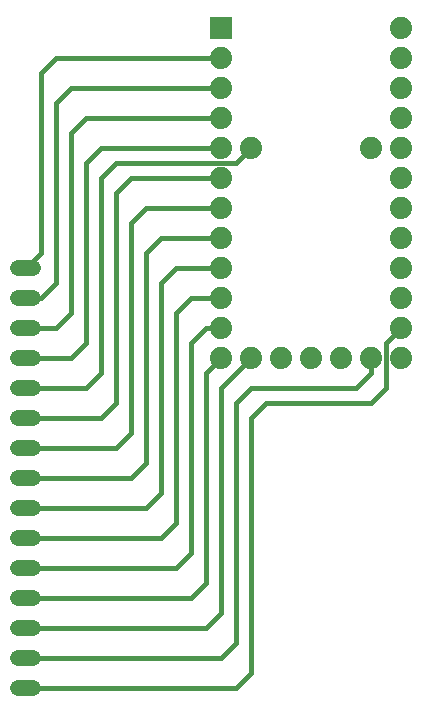
<source format=gbl>
G75*
G70*
%OFA0B0*%
%FSLAX24Y24*%
%IPPOS*%
%LPD*%
%AMOC8*
5,1,8,0,0,1.08239X$1,22.5*
%
%ADD10R,0.0740X0.0740*%
%ADD11C,0.0740*%
%ADD12C,0.0520*%
%ADD13C,0.0160*%
D10*
X009680Y023180D03*
D11*
X009680Y022180D03*
X009680Y021180D03*
X009680Y020180D03*
X009680Y019180D03*
X009680Y018180D03*
X009680Y017180D03*
X009680Y016180D03*
X009680Y015180D03*
X009680Y014180D03*
X009680Y013180D03*
X009680Y012180D03*
X010680Y012180D03*
X011680Y012180D03*
X012680Y012180D03*
X013680Y012180D03*
X014680Y012180D03*
X015680Y012180D03*
X015680Y013180D03*
X015680Y014180D03*
X015680Y015180D03*
X015680Y016180D03*
X015680Y017180D03*
X015680Y018180D03*
X015680Y019180D03*
X015680Y020180D03*
X015680Y021180D03*
X015680Y022180D03*
X015680Y023180D03*
X014680Y019180D03*
X010680Y019180D03*
D12*
X003440Y001180D02*
X002920Y001180D01*
X002920Y002180D02*
X003440Y002180D01*
X003440Y003180D02*
X002920Y003180D01*
X002920Y004180D02*
X003440Y004180D01*
X003440Y005180D02*
X002920Y005180D01*
X002920Y006180D02*
X003440Y006180D01*
X003440Y007180D02*
X002920Y007180D01*
X002920Y008180D02*
X003440Y008180D01*
X003440Y009180D02*
X002920Y009180D01*
X002920Y010180D02*
X003440Y010180D01*
X003440Y011180D02*
X002920Y011180D01*
X002920Y012180D02*
X003440Y012180D01*
X003440Y013180D02*
X002920Y013180D01*
X002920Y014180D02*
X003440Y014180D01*
X003440Y015180D02*
X002920Y015180D01*
D13*
X003180Y015180D02*
X003680Y015680D01*
X003680Y021680D01*
X004180Y022180D01*
X009680Y022180D01*
X009680Y021180D02*
X004680Y021180D01*
X004180Y020680D01*
X004180Y014680D01*
X003680Y014180D01*
X003180Y014180D01*
X003180Y013180D02*
X004180Y013180D01*
X004680Y013680D01*
X004680Y019680D01*
X005180Y020180D01*
X009680Y020180D01*
X009680Y019180D02*
X005680Y019180D01*
X005180Y018680D01*
X005180Y012680D01*
X004680Y012180D01*
X003180Y012180D01*
X003180Y011180D02*
X005180Y011180D01*
X005680Y011680D01*
X005680Y018180D01*
X005930Y018430D01*
X006180Y018680D01*
X010180Y018680D01*
X010680Y019180D01*
X009680Y018180D02*
X006680Y018180D01*
X006180Y017680D01*
X006180Y010680D01*
X005680Y010180D01*
X003180Y010180D01*
X003180Y009180D02*
X006180Y009180D01*
X006680Y009680D01*
X006680Y016680D01*
X007180Y017180D01*
X009680Y017180D01*
X009680Y016180D02*
X007680Y016180D01*
X007180Y015680D01*
X007180Y008680D01*
X006680Y008180D01*
X003180Y008180D01*
X003180Y007180D02*
X007180Y007180D01*
X007680Y007680D01*
X007680Y014680D01*
X008180Y015180D01*
X009680Y015180D01*
X009680Y014180D02*
X008680Y014180D01*
X008180Y013680D01*
X008180Y006680D01*
X007680Y006180D01*
X003180Y006180D01*
X003180Y005180D02*
X008180Y005180D01*
X008680Y005680D01*
X008680Y012680D01*
X009180Y013180D01*
X009680Y013180D01*
X009680Y012180D02*
X009180Y011680D01*
X009180Y004680D01*
X008680Y004180D01*
X003180Y004180D01*
X003180Y003180D02*
X009180Y003180D01*
X009680Y003680D01*
X009680Y011180D01*
X010180Y011680D01*
X010680Y012180D01*
X010680Y011180D02*
X014180Y011180D01*
X014680Y011680D01*
X014680Y012180D01*
X015180Y012680D02*
X015680Y013180D01*
X015180Y012680D02*
X015180Y011180D01*
X014680Y010680D01*
X011180Y010680D01*
X010680Y010180D01*
X010680Y001680D01*
X010180Y001180D01*
X003180Y001180D01*
X003180Y002180D02*
X009680Y002180D01*
X010180Y002680D01*
X010180Y010680D01*
X010680Y011180D01*
M02*

</source>
